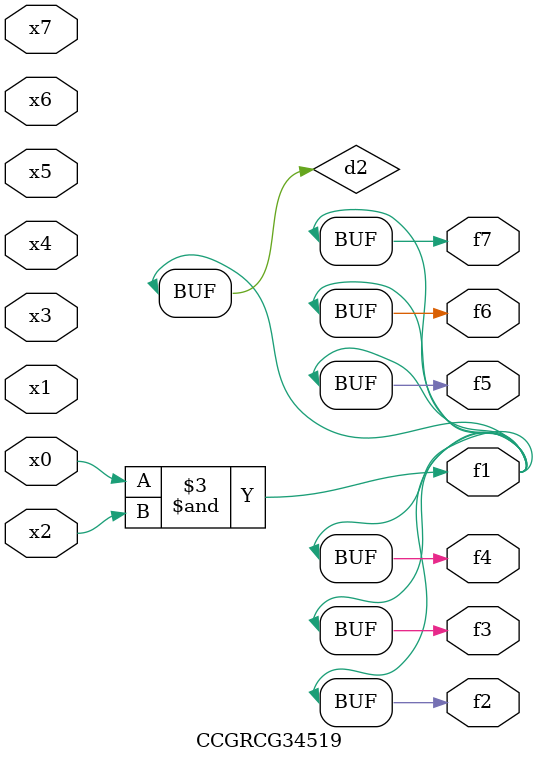
<source format=v>
module CCGRCG34519(
	input x0, x1, x2, x3, x4, x5, x6, x7,
	output f1, f2, f3, f4, f5, f6, f7
);

	wire d1, d2;

	nor (d1, x3, x6);
	and (d2, x0, x2);
	assign f1 = d2;
	assign f2 = d2;
	assign f3 = d2;
	assign f4 = d2;
	assign f5 = d2;
	assign f6 = d2;
	assign f7 = d2;
endmodule

</source>
